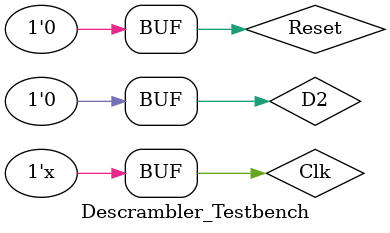
<source format=v>
`timescale 1ns / 1ps

module Descrambler_Testbench;

	// Inputs
	reg Clk;
	reg Reset;
	reg D2;

	// Outputs
	wire Out;

	// Instantiate the Unit Under Test (UUT)
	Descrambler uut (
		.Clk(Clk), 
		.Reset(Reset), 
		.D2(D2), 
		.Out(Out)
	);

	always #5 Clk = ~Clk;

	initial begin
		// Initialize Inputs
		Clk = 1;
		Reset = 1;
		D2 = 1;
		// 1 0 0 1 1 0 0 0 1 1 1 1 0 0 1 0 0 0 1 0 0 1 1 0 0 0 1 1 1 1 0 0 0 0 1 1 1 1 0 0

		// Wait 100 ns for global reset to finish
		#5 Reset = 0;
		#10 D2 = 0;
		#10 D2 = 1;
		#30 D2 = 0;
		#10 D2 = 1;
		#10 D2 = 0;
		#10 D2 = 1;
		#10 D2 = 0;
		#20 D2 = 1;
		#20 D2 = 0;
		#30 D2 = 1;
		
		#40 D2 = 0;
		#20 D2 = 1;
		#10 D2 = 0;
		#30 D2 = 1;
		#10 D2 = 0;
		#20 D2 = 1;
		#20 D2 = 0;
		
		#30 D2 = 1;
		#40 D2 = 0;
		#40 D2 = 1;
		#40 D2 = 0;
        
		// Add stimulus here

	end
      
endmodule


</source>
